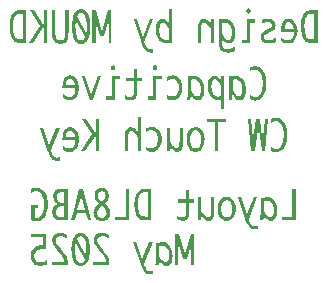
<source format=gbo>
%TF.GenerationSoftware,KiCad,Pcbnew,9.0.1+dfsg-1*%
%TF.CreationDate,2025-05-23T19:21:30+02:00*%
%TF.ProjectId,CWSensorKey,43575365-6e73-46f7-924b-65792e6b6963,rev?*%
%TF.SameCoordinates,Original*%
%TF.FileFunction,Legend,Bot*%
%TF.FilePolarity,Positive*%
%FSLAX46Y46*%
G04 Gerber Fmt 4.6, Leading zero omitted, Abs format (unit mm)*
G04 Created by KiCad (PCBNEW 9.0.1+dfsg-1) date 2025-05-23 19:21:30*
%MOMM*%
%LPD*%
G01*
G04 APERTURE LIST*
%ADD10C,0.300000*%
G04 APERTURE END LIST*
D10*
G36*
X168680834Y-100872138D02*
G01*
X168680834Y-101175000D01*
X169891173Y-101175000D01*
X169891173Y-98517637D01*
X169593172Y-98517637D01*
X169593172Y-100872138D01*
X168680834Y-100872138D01*
G37*
G36*
X167633719Y-99248869D02*
G01*
X167779628Y-99300120D01*
X167904545Y-99382562D01*
X168014232Y-99493894D01*
X168109261Y-99630340D01*
X168190107Y-99795027D01*
X168248345Y-99972979D01*
X168284250Y-100169367D01*
X168296664Y-100387469D01*
X168284748Y-100600788D01*
X168252027Y-100771732D01*
X168201816Y-100908116D01*
X168135611Y-101016242D01*
X168048844Y-101110298D01*
X167960289Y-101174081D01*
X167868607Y-101211389D01*
X167771829Y-101223848D01*
X167677780Y-101211777D01*
X167573057Y-101173104D01*
X167454851Y-101102643D01*
X167347763Y-101011793D01*
X167251882Y-100897085D01*
X167166595Y-100755818D01*
X167143891Y-101001088D01*
X167116587Y-101175000D01*
X166829229Y-101175000D01*
X166861743Y-101027047D01*
X166883287Y-100842571D01*
X166891163Y-100614767D01*
X166891163Y-99548037D01*
X167167621Y-99548037D01*
X167167621Y-100366098D01*
X167253261Y-100529640D01*
X167342620Y-100663272D01*
X167435617Y-100770625D01*
X167540657Y-100859842D01*
X167630291Y-100906760D01*
X167708613Y-100920987D01*
X167778127Y-100906366D01*
X167844399Y-100860944D01*
X167910058Y-100777494D01*
X167956153Y-100675976D01*
X167987053Y-100537222D01*
X167998664Y-100350222D01*
X167987197Y-100154086D01*
X167954966Y-99988856D01*
X167904180Y-99849380D01*
X167835558Y-99731524D01*
X167747302Y-99630722D01*
X167651254Y-99560786D01*
X167545602Y-99518770D01*
X167427538Y-99504378D01*
X167304570Y-99514839D01*
X167167621Y-99548037D01*
X166891163Y-99548037D01*
X166891163Y-99260136D01*
X167163261Y-99260136D01*
X167231863Y-99250976D01*
X167461903Y-99230826D01*
X167633719Y-99248869D01*
G37*
G36*
X165869061Y-101093178D02*
G01*
X166611370Y-99250366D01*
X166308112Y-99250366D01*
X165721471Y-100672928D01*
X165230360Y-99250366D01*
X164953261Y-99250366D01*
X165576703Y-101042040D01*
X165688868Y-101332639D01*
X165787906Y-101542370D01*
X165875061Y-101687619D01*
X165951768Y-101782706D01*
X166044621Y-101861189D01*
X166150649Y-101918259D01*
X166272280Y-101953860D01*
X166412618Y-101966346D01*
X166531883Y-101959434D01*
X166634708Y-101939938D01*
X166634708Y-101650662D01*
X166520815Y-101682757D01*
X166419670Y-101692794D01*
X166296690Y-101677651D01*
X166192066Y-101634329D01*
X166130688Y-101588152D01*
X166070091Y-101520324D01*
X166009855Y-101426570D01*
X165935980Y-101280238D01*
X165892783Y-101168435D01*
X165869061Y-101093178D01*
G37*
G36*
X164169041Y-99213744D02*
G01*
X164290739Y-99248971D01*
X164399566Y-99306047D01*
X164497508Y-99385236D01*
X164585889Y-99488197D01*
X164675187Y-99637703D01*
X164739657Y-99805693D01*
X164779577Y-99995581D01*
X164793489Y-100211767D01*
X164779586Y-100428017D01*
X164739678Y-100618122D01*
X164675207Y-100786454D01*
X164585889Y-100936405D01*
X164497474Y-101039673D01*
X164399514Y-101119075D01*
X164290687Y-101176289D01*
X164169007Y-101211595D01*
X164031946Y-101223848D01*
X163895512Y-101211613D01*
X163774279Y-101176345D01*
X163665741Y-101119159D01*
X163567930Y-101039747D01*
X163479542Y-100936405D01*
X163390164Y-100786445D01*
X163325655Y-100618110D01*
X163285724Y-100428008D01*
X163271813Y-100211767D01*
X163569814Y-100211767D01*
X163578817Y-100386212D01*
X163603938Y-100531692D01*
X163643056Y-100652882D01*
X163695092Y-100753681D01*
X163763767Y-100840391D01*
X163841401Y-100900862D01*
X163929808Y-100937565D01*
X164031946Y-100950296D01*
X164134835Y-100937534D01*
X164223724Y-100900779D01*
X164301610Y-100840299D01*
X164370338Y-100753681D01*
X164422317Y-100652891D01*
X164461396Y-100531706D01*
X164486494Y-100386222D01*
X164495488Y-100211767D01*
X164486512Y-100038329D01*
X164461444Y-99893436D01*
X164422369Y-99772497D01*
X164370338Y-99671685D01*
X164301610Y-99585066D01*
X164223724Y-99524586D01*
X164134835Y-99487831D01*
X164031946Y-99475069D01*
X163929808Y-99487801D01*
X163841401Y-99524504D01*
X163763767Y-99584974D01*
X163695092Y-99671685D01*
X163643004Y-99772507D01*
X163603890Y-99893449D01*
X163578799Y-100038338D01*
X163569814Y-100211767D01*
X163271813Y-100211767D01*
X163285733Y-99995589D01*
X163325675Y-99805705D01*
X163390184Y-99637713D01*
X163479542Y-99488197D01*
X163567896Y-99385162D01*
X163665688Y-99305963D01*
X163774227Y-99248915D01*
X163895479Y-99213726D01*
X164031946Y-99201517D01*
X164169041Y-99213744D01*
G37*
G36*
X161607036Y-99250366D02*
G01*
X161607036Y-101175000D01*
X161881956Y-101175000D01*
X161881956Y-100762840D01*
X161970215Y-100904042D01*
X162063730Y-101017039D01*
X162162774Y-101105085D01*
X162271782Y-101172658D01*
X162377036Y-101211292D01*
X162480393Y-101223848D01*
X162572619Y-101213686D01*
X162658694Y-101183613D01*
X162740182Y-101133173D01*
X162811737Y-101065411D01*
X162865919Y-100986550D01*
X162904442Y-100895189D01*
X162926592Y-100791801D01*
X162943711Y-100611614D01*
X162950732Y-100322592D01*
X162950732Y-99250366D01*
X162675684Y-99250366D01*
X162675684Y-100361518D01*
X162668608Y-100612986D01*
X162653757Y-100723150D01*
X162622516Y-100802463D01*
X162573358Y-100865574D01*
X162511824Y-100907492D01*
X162447439Y-100920987D01*
X162358637Y-100905733D01*
X162260007Y-100856243D01*
X162147771Y-100763756D01*
X162048090Y-100651305D01*
X161959568Y-100519748D01*
X161881956Y-100367166D01*
X161881956Y-99250366D01*
X161607036Y-99250366D01*
G37*
G36*
X159823135Y-101092873D02*
G01*
X160002190Y-101174544D01*
X160099081Y-101205835D01*
X160263340Y-101223848D01*
X160374378Y-101214986D01*
X160476901Y-101189079D01*
X160572240Y-101146606D01*
X160659086Y-101085998D01*
X160729051Y-101010211D01*
X160784072Y-100918087D01*
X160820461Y-100813011D01*
X160845857Y-100662301D01*
X160855623Y-100452041D01*
X160855623Y-99690003D01*
X161255821Y-99690003D01*
X161255821Y-99416451D01*
X160855623Y-99416451D01*
X160855623Y-98664183D01*
X160580575Y-98664183D01*
X160580575Y-99416451D01*
X159867630Y-99416451D01*
X159867630Y-99690003D01*
X160580575Y-99690003D01*
X160580575Y-100447156D01*
X160574087Y-100601015D01*
X160557745Y-100703881D01*
X160535310Y-100769404D01*
X160481797Y-100850937D01*
X160414264Y-100906485D01*
X160333832Y-100938756D01*
X160234617Y-100950296D01*
X160109089Y-100935203D01*
X159972908Y-100887503D01*
X159823135Y-100801919D01*
X159823135Y-101092873D01*
G37*
G36*
X157646473Y-101175000D02*
G01*
X157114457Y-101175000D01*
X156926505Y-101162551D01*
X156778786Y-101128798D01*
X156663880Y-101078038D01*
X156575517Y-101012883D01*
X156471925Y-100893738D01*
X156382719Y-100741466D01*
X156308163Y-100550348D01*
X156257198Y-100346967D01*
X156225067Y-100115927D01*
X156213787Y-99853188D01*
X156215987Y-99796707D01*
X156510249Y-99796707D01*
X156517365Y-100057361D01*
X156536301Y-100256432D01*
X156563848Y-100405177D01*
X156609049Y-100545114D01*
X156668436Y-100658234D01*
X156741828Y-100748643D01*
X156805534Y-100797471D01*
X156892062Y-100836165D01*
X157007466Y-100862343D01*
X157158952Y-100872138D01*
X157348473Y-100872138D01*
X157348473Y-98791189D01*
X157136000Y-98791189D01*
X156959125Y-98806114D01*
X156835891Y-98844696D01*
X156752471Y-98900335D01*
X156682844Y-98980627D01*
X156622978Y-99083609D01*
X156573081Y-99213271D01*
X156540958Y-99351835D01*
X156518693Y-99542000D01*
X156510249Y-99796707D01*
X156215987Y-99796707D01*
X156224619Y-99575062D01*
X156255171Y-99334951D01*
X156303034Y-99127939D01*
X156355880Y-98977999D01*
X156418259Y-98853738D01*
X156489730Y-98751771D01*
X156570516Y-98669526D01*
X156660740Y-98608584D01*
X156777294Y-98560964D01*
X156926195Y-98529298D01*
X157114457Y-98517637D01*
X157646473Y-98517637D01*
X157646473Y-101175000D01*
G37*
G36*
X154581964Y-100872138D02*
G01*
X154581964Y-101175000D01*
X155792304Y-101175000D01*
X155792304Y-98517637D01*
X155494303Y-98517637D01*
X155494303Y-100872138D01*
X154581964Y-100872138D01*
G37*
G36*
X153541441Y-98452065D02*
G01*
X153658893Y-98488186D01*
X153762708Y-98546595D01*
X153855043Y-98627699D01*
X153933637Y-98728927D01*
X153987924Y-98837018D01*
X154020331Y-98953823D01*
X154031355Y-99082144D01*
X154020433Y-99212642D01*
X153988006Y-99334663D01*
X153933261Y-99450645D01*
X153829968Y-99602605D01*
X153732714Y-99703589D01*
X153688603Y-99742057D01*
X153845882Y-99887325D01*
X153964542Y-100027693D01*
X154050525Y-100163939D01*
X154108614Y-100297349D01*
X154142239Y-100429729D01*
X154153300Y-100563324D01*
X154141983Y-100705989D01*
X154109056Y-100833571D01*
X154054664Y-100949193D01*
X153977115Y-101055015D01*
X153885001Y-101136839D01*
X153769668Y-101198566D01*
X153626016Y-101238616D01*
X153447664Y-101253157D01*
X153271028Y-101237794D01*
X153128149Y-101195320D01*
X153012734Y-101129428D01*
X152919880Y-101041277D01*
X152841679Y-100928702D01*
X152787257Y-100809211D01*
X152754652Y-100680923D01*
X152746110Y-100573246D01*
X153040157Y-100573246D01*
X153053587Y-100682019D01*
X153093324Y-100777335D01*
X153162229Y-100863132D01*
X153247697Y-100928136D01*
X153339216Y-100966595D01*
X153439073Y-100979605D01*
X153548228Y-100965733D01*
X153644858Y-100925337D01*
X153731816Y-100858094D01*
X153801549Y-100768926D01*
X153841745Y-100670743D01*
X153855299Y-100559660D01*
X153843666Y-100452705D01*
X153806700Y-100338196D01*
X153739242Y-100212717D01*
X153633755Y-100073278D01*
X153480747Y-99917301D01*
X153397270Y-99995154D01*
X153189414Y-100226269D01*
X153101658Y-100351957D01*
X153054744Y-100466118D01*
X153040157Y-100573246D01*
X152746110Y-100573246D01*
X152743567Y-100541189D01*
X152751974Y-100420057D01*
X152776567Y-100309232D01*
X152817169Y-100206729D01*
X152873034Y-100113232D01*
X152964448Y-99996833D01*
X153102219Y-99852577D01*
X153218778Y-99742210D01*
X153047225Y-99563708D01*
X152963220Y-99454309D01*
X152904813Y-99348324D01*
X152864357Y-99245023D01*
X152839363Y-99137509D01*
X152832514Y-99045965D01*
X153107476Y-99045965D01*
X153119279Y-99151189D01*
X153157998Y-99272500D01*
X153199381Y-99347494D01*
X153277692Y-99445824D01*
X153407529Y-99573988D01*
X153472540Y-99518117D01*
X153613477Y-99385588D01*
X153696810Y-99282270D01*
X153736280Y-99209064D01*
X153758967Y-99135430D01*
X153766437Y-99059704D01*
X153757809Y-98982422D01*
X153731134Y-98905162D01*
X153683602Y-98825841D01*
X153622376Y-98764881D01*
X153543648Y-98726792D01*
X153442022Y-98713032D01*
X153347055Y-98725250D01*
X153267840Y-98760000D01*
X153200954Y-98816682D01*
X153147403Y-98891071D01*
X153117319Y-98966681D01*
X153107476Y-99045965D01*
X152832514Y-99045965D01*
X152831018Y-99025968D01*
X152839133Y-98918299D01*
X152863169Y-98817356D01*
X152903466Y-98721427D01*
X152958023Y-98636578D01*
X153025885Y-98566665D01*
X153108759Y-98510768D01*
X153199104Y-98471792D01*
X153298207Y-98447770D01*
X153407529Y-98439480D01*
X153541441Y-98452065D01*
G37*
G36*
X152535838Y-101175000D02*
G01*
X152248993Y-101175000D01*
X152098454Y-100608356D01*
X151321011Y-100608356D01*
X151168933Y-101175000D01*
X150855032Y-101175000D01*
X151073962Y-100334804D01*
X151388330Y-100334804D01*
X152027031Y-100334804D01*
X151765960Y-99317991D01*
X151713772Y-99063978D01*
X151654915Y-99317227D01*
X151388330Y-100334804D01*
X151073962Y-100334804D01*
X151547461Y-98517637D01*
X151847641Y-98517637D01*
X152535838Y-101175000D01*
G37*
G36*
X150572675Y-101175000D02*
G01*
X150027708Y-101175000D01*
X149815293Y-101162549D01*
X149666817Y-101130587D01*
X149566731Y-101085698D01*
X149477170Y-101017132D01*
X149402750Y-100932227D01*
X149342076Y-100829549D01*
X149296921Y-100715458D01*
X149270532Y-100601351D01*
X149261806Y-100485624D01*
X149263351Y-100467001D01*
X149559806Y-100467001D01*
X149571959Y-100581122D01*
X149607683Y-100682230D01*
X149668415Y-100773831D01*
X149747620Y-100840976D01*
X149856538Y-100885000D01*
X150004756Y-100901448D01*
X150274675Y-100901448D01*
X150274675Y-99983094D01*
X150198379Y-99983094D01*
X150017628Y-99992209D01*
X149890486Y-100015637D01*
X149804336Y-100048429D01*
X149725419Y-100099066D01*
X149664710Y-100157713D01*
X149619432Y-100224437D01*
X149574724Y-100340367D01*
X149559806Y-100467001D01*
X149263351Y-100467001D01*
X149271834Y-100364772D01*
X149302656Y-100241706D01*
X149356437Y-100114375D01*
X149430858Y-100005236D01*
X149544921Y-99902172D01*
X149709576Y-99805713D01*
X149583029Y-99710336D01*
X149495308Y-99614288D01*
X149427955Y-99504528D01*
X149379775Y-99384394D01*
X149350649Y-99255390D01*
X149343752Y-99158927D01*
X149627254Y-99158927D01*
X149635841Y-99274189D01*
X149660721Y-99376762D01*
X149702221Y-99470504D01*
X149761636Y-99556433D01*
X149841776Y-99629785D01*
X149975392Y-99709542D01*
X150274675Y-99709542D01*
X150274675Y-98791189D01*
X150076435Y-98791189D01*
X149897830Y-98804544D01*
X149785244Y-98837486D01*
X149718552Y-98882170D01*
X149669493Y-98950060D01*
X149638551Y-99039959D01*
X149627254Y-99158927D01*
X149343752Y-99158927D01*
X149340794Y-99117559D01*
X149348491Y-99000613D01*
X149370829Y-98895295D01*
X149407344Y-98799585D01*
X149458557Y-98715050D01*
X149524621Y-98645134D01*
X149607635Y-98588926D01*
X149701866Y-98554831D01*
X149867125Y-98528476D01*
X150133881Y-98517637D01*
X150572675Y-98517637D01*
X150572675Y-101175000D01*
G37*
G36*
X147488035Y-101170267D02*
G01*
X147648718Y-101217813D01*
X147793389Y-101244658D01*
X147923880Y-101253157D01*
X148062407Y-101242486D01*
X148190568Y-101211284D01*
X148309923Y-101160160D01*
X148421787Y-101088904D01*
X148522601Y-100998908D01*
X148613007Y-100888006D01*
X148693515Y-100753992D01*
X148764026Y-100593854D01*
X148831577Y-100368942D01*
X148873325Y-100121019D01*
X148887766Y-99846318D01*
X148873666Y-99574968D01*
X148832876Y-99329589D01*
X148766847Y-99106568D01*
X148697837Y-98947910D01*
X148618000Y-98813770D01*
X148527370Y-98701427D01*
X148425378Y-98608923D01*
X148273203Y-98514618D01*
X148112774Y-98458446D01*
X147941191Y-98439480D01*
X147810144Y-98450610D01*
X147660588Y-98486347D01*
X147489445Y-98550915D01*
X147489445Y-98875300D01*
X147651062Y-98782767D01*
X147804591Y-98730059D01*
X147952603Y-98713032D01*
X148062400Y-98728227D01*
X148165730Y-98773755D01*
X148265093Y-98851945D01*
X148349727Y-98953532D01*
X148425992Y-99087467D01*
X148493338Y-99259983D01*
X148540748Y-99442111D01*
X148569810Y-99637753D01*
X148579764Y-99848913D01*
X148569179Y-100061552D01*
X148538078Y-100261146D01*
X148486952Y-100449585D01*
X148415632Y-100628506D01*
X148341300Y-100756440D01*
X148254357Y-100852936D01*
X148153553Y-100921892D01*
X148036133Y-100964600D01*
X147898106Y-100979605D01*
X147786035Y-100970446D01*
X147786035Y-100129640D01*
X148008382Y-100129640D01*
X148008382Y-99856088D01*
X147488035Y-99856088D01*
X147488035Y-101170267D01*
G37*
G36*
X165992801Y-90934596D02*
G01*
X166163968Y-91002215D01*
X166313517Y-91039631D01*
X166444546Y-91051284D01*
X166615308Y-91031869D01*
X166775294Y-90974342D01*
X166927323Y-90877761D01*
X167029250Y-90782833D01*
X167120100Y-90666805D01*
X167200435Y-90527549D01*
X167270203Y-90362116D01*
X167336963Y-90129439D01*
X167378247Y-89872758D01*
X167392532Y-89588171D01*
X167378432Y-89305967D01*
X167337642Y-89050773D01*
X167271614Y-88818831D01*
X167202603Y-88653826D01*
X167122766Y-88514320D01*
X167032137Y-88397484D01*
X166930144Y-88301280D01*
X166816714Y-88223971D01*
X166698761Y-88169220D01*
X166575153Y-88136223D01*
X166444546Y-88125059D01*
X166313500Y-88136635D01*
X166163944Y-88173801D01*
X165992801Y-88240952D01*
X165992801Y-88578312D01*
X166154417Y-88482078D01*
X166307947Y-88427262D01*
X166455959Y-88409553D01*
X166565756Y-88425357D01*
X166669086Y-88472705D01*
X166768449Y-88554023D01*
X166853132Y-88659648D01*
X166929608Y-88798943D01*
X166997335Y-88978382D01*
X167045247Y-89167807D01*
X167074527Y-89370091D01*
X167084530Y-89587219D01*
X167074186Y-89807943D01*
X167043946Y-90012878D01*
X166994514Y-90204152D01*
X166924910Y-90385485D01*
X166848170Y-90523930D01*
X166764859Y-90626765D01*
X166667045Y-90705445D01*
X166564891Y-90751411D01*
X166455959Y-90766789D01*
X166308880Y-90749073D01*
X166155377Y-90694077D01*
X165992801Y-90597236D01*
X165992801Y-90934596D01*
G37*
G36*
X164990181Y-88966824D02*
G01*
X165136090Y-89020125D01*
X165261007Y-89105865D01*
X165370694Y-89221649D01*
X165465723Y-89363554D01*
X165546569Y-89534829D01*
X165604807Y-89719898D01*
X165640712Y-89924142D01*
X165653126Y-90150968D01*
X165641210Y-90372820D01*
X165608489Y-90550602D01*
X165558278Y-90692441D01*
X165492073Y-90804891D01*
X165405306Y-90902710D01*
X165316751Y-90969045D01*
X165225069Y-91007845D01*
X165128291Y-91020802D01*
X165034242Y-91008248D01*
X164929519Y-90968028D01*
X164811313Y-90894748D01*
X164704225Y-90800265D01*
X164608344Y-90680968D01*
X164523057Y-90534050D01*
X164500353Y-90789131D01*
X164473049Y-90970000D01*
X164185691Y-90970000D01*
X164218205Y-90816129D01*
X164239749Y-90624274D01*
X164247625Y-90387358D01*
X164247625Y-89277958D01*
X164524083Y-89277958D01*
X164524083Y-90128742D01*
X164609723Y-90298826D01*
X164699082Y-90437803D01*
X164792079Y-90549450D01*
X164897119Y-90642235D01*
X164986753Y-90691030D01*
X165065075Y-90705826D01*
X165134589Y-90690621D01*
X165200861Y-90643382D01*
X165266520Y-90556594D01*
X165312615Y-90451015D01*
X165343515Y-90306711D01*
X165355126Y-90112231D01*
X165343659Y-89908249D01*
X165311428Y-89736410D01*
X165260642Y-89591355D01*
X165192020Y-89468785D01*
X165103764Y-89363951D01*
X165007716Y-89291217D01*
X164902064Y-89247521D01*
X164784000Y-89232554D01*
X164661032Y-89243433D01*
X164524083Y-89277958D01*
X164247625Y-89277958D01*
X164247625Y-88978541D01*
X164519723Y-88978541D01*
X164588325Y-88969016D01*
X164818365Y-88948060D01*
X164990181Y-88966824D01*
G37*
G36*
X163049698Y-88930001D02*
G01*
X163154232Y-88969749D01*
X163271942Y-89042044D01*
X163378743Y-89135292D01*
X163474491Y-89252687D01*
X163559812Y-89396868D01*
X163559812Y-88968381D01*
X163834860Y-88968381D01*
X163834860Y-91742198D01*
X163559812Y-91742198D01*
X163559812Y-90970476D01*
X163495570Y-90979525D01*
X163265530Y-91000481D01*
X163093747Y-90981648D01*
X162947840Y-90928144D01*
X162822889Y-90842041D01*
X162713190Y-90725757D01*
X162617938Y-90583176D01*
X162536685Y-90411013D01*
X162478022Y-90224956D01*
X162441860Y-90019661D01*
X162431475Y-89830277D01*
X162727359Y-89830277D01*
X162738960Y-90036645D01*
X162771532Y-90210077D01*
X162822798Y-90356095D01*
X162892004Y-90479120D01*
X162980950Y-90584615D01*
X163076799Y-90657510D01*
X163181281Y-90701111D01*
X163297074Y-90715987D01*
X163420368Y-90705091D01*
X163559812Y-90670265D01*
X163559812Y-89813607D01*
X163473334Y-89642174D01*
X163383761Y-89502273D01*
X163291176Y-89390041D01*
X163186498Y-89296584D01*
X163097078Y-89247454D01*
X163018821Y-89232554D01*
X162949293Y-89247768D01*
X162882809Y-89295089D01*
X162816734Y-89382103D01*
X162770313Y-89487812D01*
X162739112Y-89633231D01*
X162727359Y-89830277D01*
X162431475Y-89830277D01*
X162429359Y-89791699D01*
X162441334Y-89568711D01*
X162474215Y-89390054D01*
X162524666Y-89247549D01*
X162591182Y-89134600D01*
X162678319Y-89036203D01*
X162767102Y-88969537D01*
X162858874Y-88930578D01*
X162955604Y-88917578D01*
X163049698Y-88930001D01*
G37*
G36*
X161465464Y-88966824D02*
G01*
X161611373Y-89020125D01*
X161736289Y-89105865D01*
X161845977Y-89221649D01*
X161941006Y-89363554D01*
X162021852Y-89534829D01*
X162080090Y-89719898D01*
X162115995Y-89924142D01*
X162128409Y-90150968D01*
X162116493Y-90372820D01*
X162083771Y-90550602D01*
X162033561Y-90692441D01*
X161967355Y-90804891D01*
X161880589Y-90902710D01*
X161792034Y-90969045D01*
X161700351Y-91007845D01*
X161603574Y-91020802D01*
X161509525Y-91008248D01*
X161404801Y-90968028D01*
X161286595Y-90894748D01*
X161179508Y-90800265D01*
X161083627Y-90680968D01*
X160998340Y-90534050D01*
X160975636Y-90789131D01*
X160948331Y-90970000D01*
X160660973Y-90970000D01*
X160693487Y-90816129D01*
X160715031Y-90624274D01*
X160722907Y-90387358D01*
X160722907Y-89277958D01*
X160999366Y-89277958D01*
X160999366Y-90128742D01*
X161085006Y-90298826D01*
X161174365Y-90437803D01*
X161267361Y-90549450D01*
X161372402Y-90642235D01*
X161462036Y-90691030D01*
X161540358Y-90705826D01*
X161609871Y-90690621D01*
X161676143Y-90643382D01*
X161741803Y-90556594D01*
X161787897Y-90451015D01*
X161818797Y-90306711D01*
X161830408Y-90112231D01*
X161818942Y-89908249D01*
X161786710Y-89736410D01*
X161735924Y-89591355D01*
X161667303Y-89468785D01*
X161579046Y-89363951D01*
X161482999Y-89291217D01*
X161377347Y-89247521D01*
X161259283Y-89232554D01*
X161136315Y-89243433D01*
X160999366Y-89277958D01*
X160722907Y-89277958D01*
X160722907Y-88978541D01*
X160995006Y-88978541D01*
X161063608Y-88969016D01*
X161293648Y-88948060D01*
X161465464Y-88966824D01*
G37*
G36*
X158933364Y-90907131D02*
G01*
X159116339Y-90971720D01*
X159287424Y-91008836D01*
X159448198Y-91020802D01*
X159606490Y-91004839D01*
X159748983Y-90958479D01*
X159878529Y-90882524D01*
X159995063Y-90779084D01*
X160092350Y-90654818D01*
X160171914Y-90507855D01*
X160229592Y-90345676D01*
X160264897Y-90167527D01*
X160277060Y-89970143D01*
X160266988Y-89790443D01*
X160237767Y-89627678D01*
X160190193Y-89479227D01*
X160124112Y-89342954D01*
X160038429Y-89217313D01*
X159911452Y-89084909D01*
X159774832Y-88992365D01*
X159626256Y-88936627D01*
X159462431Y-88917578D01*
X159297920Y-88929811D01*
X159122126Y-88967825D01*
X158933364Y-89034106D01*
X158933364Y-89362894D01*
X159127023Y-89269100D01*
X159293754Y-89217878D01*
X159438068Y-89202072D01*
X159533068Y-89211962D01*
X159623773Y-89241423D01*
X159711449Y-89290976D01*
X159788947Y-89359816D01*
X159854702Y-89451198D01*
X159909304Y-89568644D01*
X159948307Y-89696613D01*
X159971383Y-89825536D01*
X159979060Y-89956648D01*
X159964492Y-90129288D01*
X159920431Y-90297533D01*
X159844549Y-90464515D01*
X159769718Y-90567928D01*
X159677184Y-90642288D01*
X159563267Y-90689067D01*
X159422296Y-90705826D01*
X159250856Y-90690903D01*
X159149015Y-90661971D01*
X158933364Y-90577709D01*
X158933364Y-90907131D01*
G37*
G36*
X158078600Y-90970000D02*
G01*
X158078600Y-89252875D01*
X158523293Y-89252875D01*
X158523293Y-88968381D01*
X157803552Y-88968381D01*
X157803552Y-90685505D01*
X157357448Y-90685505D01*
X157357448Y-90970000D01*
X158078600Y-90970000D01*
G37*
G36*
X158123095Y-88268258D02*
G01*
X158115536Y-88196799D01*
X158094464Y-88141902D01*
X158060007Y-88099499D01*
X157996208Y-88056540D01*
X157941140Y-88043775D01*
X157884728Y-88056639D01*
X157820734Y-88099499D01*
X157786277Y-88141902D01*
X157765206Y-88196799D01*
X157757646Y-88268258D01*
X157765158Y-88338446D01*
X157786186Y-88392827D01*
X157820734Y-88435272D01*
X157884720Y-88478006D01*
X157941140Y-88490837D01*
X157996216Y-88478105D01*
X158060007Y-88435272D01*
X158094555Y-88392827D01*
X158115583Y-88338446D01*
X158123095Y-88268258D01*
G37*
G36*
X155417238Y-90884588D02*
G01*
X155596293Y-90969525D01*
X155693184Y-91002069D01*
X155857443Y-91020802D01*
X155968481Y-91011585D01*
X156071005Y-90984642D01*
X156166343Y-90940471D01*
X156253189Y-90877438D01*
X156323155Y-90798619D01*
X156378175Y-90702810D01*
X156414565Y-90593532D01*
X156439960Y-90436793D01*
X156449726Y-90218122D01*
X156449726Y-89425603D01*
X156849924Y-89425603D01*
X156849924Y-89141109D01*
X156449726Y-89141109D01*
X156449726Y-88358750D01*
X156174678Y-88358750D01*
X156174678Y-89141109D01*
X155461733Y-89141109D01*
X155461733Y-89425603D01*
X156174678Y-89425603D01*
X156174678Y-90213042D01*
X156168190Y-90373056D01*
X156151848Y-90480036D01*
X156129414Y-90548180D01*
X156075900Y-90632974D01*
X156008367Y-90690744D01*
X155927935Y-90724306D01*
X155828720Y-90736308D01*
X155703193Y-90720611D01*
X155567011Y-90671003D01*
X155417238Y-90581995D01*
X155417238Y-90884588D01*
G37*
G36*
X154553883Y-90970000D02*
G01*
X154553883Y-89252875D01*
X154998575Y-89252875D01*
X154998575Y-88968381D01*
X154278835Y-88968381D01*
X154278835Y-90685505D01*
X153832731Y-90685505D01*
X153832731Y-90970000D01*
X154553883Y-90970000D01*
G37*
G36*
X154598377Y-88268258D02*
G01*
X154590818Y-88196799D01*
X154569747Y-88141902D01*
X154535290Y-88099499D01*
X154471491Y-88056540D01*
X154416423Y-88043775D01*
X154360011Y-88056639D01*
X154296017Y-88099499D01*
X154261560Y-88141902D01*
X154240488Y-88196799D01*
X154232929Y-88268258D01*
X154240441Y-88338446D01*
X154261469Y-88392827D01*
X154296017Y-88435272D01*
X154360003Y-88478006D01*
X154416423Y-88490837D01*
X154471499Y-88478105D01*
X154535290Y-88435272D01*
X154569838Y-88392827D01*
X154590866Y-88338446D01*
X154598377Y-88268258D01*
G37*
G36*
X152718434Y-90970000D02*
G01*
X153417787Y-88968381D01*
X153116196Y-88968381D01*
X152569434Y-90538496D01*
X152011131Y-88968381D01*
X151735442Y-88968381D01*
X152440437Y-90970000D01*
X152718434Y-90970000D01*
G37*
G36*
X150890638Y-88933400D02*
G01*
X151020608Y-88979969D01*
X151142134Y-89057602D01*
X151249805Y-89162180D01*
X151340858Y-89291605D01*
X151416156Y-89448941D01*
X151470830Y-89619813D01*
X151503282Y-89793780D01*
X151514122Y-89972683D01*
X151502568Y-90158518D01*
X151468290Y-90335117D01*
X151411027Y-90504680D01*
X151332985Y-90660416D01*
X151241641Y-90786733D01*
X151136363Y-90886969D01*
X151017879Y-90960790D01*
X150888893Y-91005493D01*
X150746808Y-91020802D01*
X150558882Y-91001338D01*
X150356790Y-90940366D01*
X150137343Y-90832515D01*
X150137343Y-90518492D01*
X150303302Y-90619567D01*
X150452939Y-90686648D01*
X150588534Y-90724356D01*
X150712315Y-90736308D01*
X150806192Y-90726544D01*
X150891024Y-90698116D01*
X150968514Y-90651372D01*
X151037085Y-90586932D01*
X151097466Y-90502815D01*
X151149955Y-90396090D01*
X151188074Y-90280036D01*
X151211113Y-90156905D01*
X151218942Y-90025073D01*
X150114390Y-90025073D01*
X150114390Y-89949187D01*
X150125212Y-89728196D01*
X150412391Y-89728196D01*
X150412391Y-89771060D01*
X151202272Y-89771060D01*
X151160870Y-89591004D01*
X151105897Y-89452352D01*
X151038910Y-89347336D01*
X150954891Y-89265891D01*
X150863319Y-89218211D01*
X150761170Y-89202072D01*
X150660754Y-89218476D01*
X150577559Y-89265588D01*
X150507407Y-89344478D01*
X150456401Y-89445476D01*
X150424050Y-89571202D01*
X150412391Y-89728196D01*
X150125212Y-89728196D01*
X150127535Y-89680769D01*
X150163369Y-89468073D01*
X150217742Y-89300816D01*
X150288395Y-89170479D01*
X150382269Y-89059990D01*
X150488576Y-88981960D01*
X150609823Y-88934199D01*
X150749757Y-88917578D01*
X150890638Y-88933400D01*
G37*
G36*
X167755160Y-95302596D02*
G01*
X167926327Y-95370215D01*
X168075876Y-95407631D01*
X168206905Y-95419284D01*
X168377667Y-95399869D01*
X168537653Y-95342342D01*
X168689682Y-95245761D01*
X168791609Y-95150833D01*
X168882459Y-95034805D01*
X168962794Y-94895549D01*
X169032562Y-94730116D01*
X169099322Y-94497439D01*
X169140606Y-94240758D01*
X169154891Y-93956171D01*
X169140791Y-93673967D01*
X169100001Y-93418773D01*
X169033973Y-93186831D01*
X168964962Y-93021826D01*
X168885125Y-92882320D01*
X168794496Y-92765484D01*
X168692503Y-92669280D01*
X168579073Y-92591971D01*
X168461120Y-92537220D01*
X168337512Y-92504223D01*
X168206905Y-92493059D01*
X168075859Y-92504635D01*
X167926303Y-92541801D01*
X167755160Y-92608952D01*
X167755160Y-92946312D01*
X167916776Y-92850078D01*
X168070306Y-92795262D01*
X168218318Y-92777553D01*
X168328115Y-92793357D01*
X168431445Y-92840705D01*
X168530808Y-92922023D01*
X168615491Y-93027648D01*
X168691967Y-93166943D01*
X168759694Y-93346382D01*
X168807606Y-93535807D01*
X168836886Y-93738091D01*
X168846889Y-93955219D01*
X168836545Y-94175943D01*
X168806305Y-94380878D01*
X168756873Y-94572152D01*
X168687269Y-94753485D01*
X168610529Y-94891930D01*
X168527218Y-94994765D01*
X168429404Y-95073445D01*
X168327250Y-95119411D01*
X168218318Y-95134789D01*
X168071239Y-95117073D01*
X167917736Y-95062077D01*
X167755160Y-94965236D01*
X167755160Y-95302596D01*
G37*
G36*
X167262895Y-95338000D02*
G01*
X167522171Y-92574343D01*
X167249815Y-92574343D01*
X167097353Y-94254795D01*
X167077606Y-94529128D01*
X167077862Y-94529128D01*
X167049652Y-94254001D01*
X166815124Y-92574343D01*
X166544308Y-92574343D01*
X166276825Y-94321473D01*
X166250026Y-94583582D01*
X166250282Y-94583582D01*
X166233356Y-94320203D01*
X166064993Y-92574343D01*
X165830209Y-92574343D01*
X166100897Y-95338000D01*
X166381843Y-95338000D01*
X166669458Y-93465292D01*
X166699078Y-93188894D01*
X166725878Y-93465292D01*
X166984769Y-95338000D01*
X167262895Y-95338000D01*
G37*
G36*
X163301178Y-95338000D02*
G01*
X163301178Y-92889318D01*
X163968217Y-92889318D01*
X163968217Y-92574343D01*
X162334727Y-92574343D01*
X162334727Y-92889318D01*
X163003177Y-92889318D01*
X163003177Y-95338000D01*
X163301178Y-95338000D01*
G37*
G36*
X161525503Y-93298294D02*
G01*
X161647201Y-93334930D01*
X161756028Y-93394289D01*
X161853970Y-93476645D01*
X161942351Y-93583725D01*
X162031649Y-93739212D01*
X162096119Y-93913921D01*
X162136040Y-94111404D01*
X162149951Y-94336237D01*
X162136048Y-94561138D01*
X162096140Y-94758847D01*
X162031669Y-94933912D01*
X161942351Y-95089861D01*
X161853936Y-95197260D01*
X161755976Y-95279838D01*
X161647149Y-95339341D01*
X161525469Y-95376058D01*
X161388408Y-95388802D01*
X161251975Y-95376078D01*
X161130742Y-95339399D01*
X161022203Y-95279925D01*
X160924392Y-95197337D01*
X160836004Y-95089861D01*
X160746626Y-94933903D01*
X160682117Y-94758835D01*
X160642186Y-94561129D01*
X160628276Y-94336237D01*
X160926276Y-94336237D01*
X160935279Y-94517661D01*
X160960400Y-94668960D01*
X160999518Y-94794997D01*
X161051555Y-94899828D01*
X161120229Y-94990007D01*
X161197863Y-95052896D01*
X161286271Y-95091067D01*
X161388408Y-95104308D01*
X161491298Y-95091036D01*
X161580187Y-95052811D01*
X161658073Y-94989911D01*
X161726801Y-94899828D01*
X161778780Y-94795007D01*
X161817859Y-94668974D01*
X161842956Y-94517671D01*
X161851951Y-94336237D01*
X161842974Y-94155862D01*
X161817906Y-94005173D01*
X161778831Y-93879397D01*
X161726801Y-93774552D01*
X161658073Y-93684469D01*
X161580187Y-93621570D01*
X161491298Y-93583344D01*
X161388408Y-93570072D01*
X161286271Y-93583313D01*
X161197863Y-93621484D01*
X161120229Y-93684373D01*
X161051555Y-93774552D01*
X160999467Y-93879407D01*
X160960352Y-94005187D01*
X160935261Y-94155872D01*
X160926276Y-94336237D01*
X160628276Y-94336237D01*
X160642195Y-94111413D01*
X160682138Y-93913933D01*
X160746646Y-93739221D01*
X160836004Y-93583725D01*
X160924358Y-93476569D01*
X161022151Y-93394202D01*
X161130690Y-93334872D01*
X161251941Y-93298275D01*
X161388408Y-93285578D01*
X161525503Y-93298294D01*
G37*
G36*
X158963498Y-93336381D02*
G01*
X158963498Y-95338000D01*
X159238418Y-95338000D01*
X159238418Y-94909353D01*
X159326677Y-95056204D01*
X159420192Y-95173721D01*
X159519236Y-95265288D01*
X159628244Y-95335565D01*
X159733498Y-95375744D01*
X159836856Y-95388802D01*
X159929081Y-95378233D01*
X160015156Y-95346957D01*
X160096645Y-95294500D01*
X160168199Y-95224028D01*
X160222381Y-95142012D01*
X160260904Y-95046996D01*
X160283055Y-94939473D01*
X160300173Y-94752079D01*
X160307194Y-94451496D01*
X160307194Y-93336381D01*
X160032146Y-93336381D01*
X160032146Y-94491979D01*
X160025070Y-94753505D01*
X160010219Y-94868076D01*
X159978978Y-94950561D01*
X159929821Y-95016197D01*
X159868286Y-95059791D01*
X159803901Y-95073826D01*
X159715100Y-95057962D01*
X159616470Y-95006493D01*
X159504233Y-94910306D01*
X159404552Y-94793357D01*
X159316030Y-94656538D01*
X159238418Y-94497853D01*
X159238418Y-93336381D01*
X158963498Y-93336381D01*
G37*
G36*
X157171006Y-95275131D02*
G01*
X157353980Y-95339720D01*
X157525065Y-95376836D01*
X157685839Y-95388802D01*
X157844131Y-95372839D01*
X157986625Y-95326479D01*
X158116171Y-95250524D01*
X158232705Y-95147084D01*
X158329992Y-95022818D01*
X158409555Y-94875855D01*
X158467233Y-94713676D01*
X158502539Y-94535527D01*
X158514702Y-94338143D01*
X158504630Y-94158443D01*
X158475409Y-93995678D01*
X158427835Y-93847227D01*
X158361754Y-93710954D01*
X158276071Y-93585313D01*
X158149093Y-93452909D01*
X158012473Y-93360365D01*
X157863898Y-93304627D01*
X157700073Y-93285578D01*
X157535561Y-93297811D01*
X157359767Y-93335825D01*
X157171006Y-93402106D01*
X157171006Y-93730894D01*
X157364665Y-93637100D01*
X157531395Y-93585878D01*
X157675709Y-93570072D01*
X157770710Y-93579962D01*
X157861415Y-93609423D01*
X157949090Y-93658976D01*
X158026589Y-93727816D01*
X158092344Y-93819198D01*
X158146945Y-93936644D01*
X158185948Y-94064613D01*
X158209024Y-94193536D01*
X158216701Y-94324648D01*
X158202133Y-94497288D01*
X158158073Y-94665533D01*
X158082191Y-94832515D01*
X158007360Y-94935928D01*
X157914826Y-95010288D01*
X157800908Y-95057067D01*
X157659937Y-95073826D01*
X157488497Y-95058903D01*
X157386656Y-95029971D01*
X157171006Y-94945709D01*
X157171006Y-95275131D01*
G37*
G36*
X156765294Y-95338000D02*
G01*
X156765294Y-92462577D01*
X156490246Y-92462577D01*
X156490246Y-93762487D01*
X156411430Y-93626997D01*
X156321413Y-93512199D01*
X156219558Y-93416394D01*
X156107286Y-93341852D01*
X155999177Y-93299362D01*
X155893219Y-93285578D01*
X155803589Y-93295406D01*
X155720390Y-93324386D01*
X155642150Y-93372736D01*
X155571849Y-93437270D01*
X155519827Y-93507455D01*
X155483532Y-93583884D01*
X155453247Y-93681382D01*
X155434421Y-93785189D01*
X155425639Y-93919345D01*
X155421470Y-94222884D01*
X155421470Y-95338000D01*
X155696518Y-95338000D01*
X155696518Y-94182401D01*
X155703635Y-93920875D01*
X155718573Y-93806304D01*
X155749741Y-93723835D01*
X155798972Y-93658183D01*
X155860610Y-93614675D01*
X155926302Y-93600554D01*
X156014893Y-93616495D01*
X156113461Y-93668275D01*
X156225841Y-93765185D01*
X156325539Y-93882594D01*
X156413575Y-94019086D01*
X156490246Y-94176527D01*
X156490246Y-95338000D01*
X156765294Y-95338000D01*
G37*
G36*
X153237756Y-95338000D02*
G01*
X153237756Y-92574343D01*
X152939755Y-92574343D01*
X152939755Y-93912989D01*
X152118073Y-92574343D01*
X151800839Y-92574343D01*
X152603030Y-93885683D01*
X151688768Y-95338000D01*
X152062166Y-95338000D01*
X152939755Y-93940454D01*
X152939755Y-95338000D01*
X153237756Y-95338000D01*
G37*
G36*
X150890639Y-93301400D02*
G01*
X151020609Y-93347969D01*
X151142134Y-93425602D01*
X151249806Y-93530180D01*
X151340858Y-93659605D01*
X151416156Y-93816941D01*
X151470830Y-93987813D01*
X151503282Y-94161780D01*
X151514122Y-94340683D01*
X151502568Y-94526518D01*
X151468291Y-94703117D01*
X151411027Y-94872680D01*
X151332985Y-95028416D01*
X151241641Y-95154733D01*
X151136364Y-95254969D01*
X151017879Y-95328790D01*
X150888894Y-95373493D01*
X150746809Y-95388802D01*
X150558883Y-95369338D01*
X150356790Y-95308366D01*
X150137343Y-95200515D01*
X150137343Y-94886492D01*
X150303303Y-94987567D01*
X150452939Y-95054648D01*
X150588534Y-95092356D01*
X150712315Y-95104308D01*
X150806192Y-95094544D01*
X150891025Y-95066116D01*
X150968514Y-95019372D01*
X151037085Y-94954932D01*
X151097467Y-94870815D01*
X151149956Y-94764090D01*
X151188075Y-94648036D01*
X151211113Y-94524905D01*
X151218942Y-94393073D01*
X150114391Y-94393073D01*
X150114391Y-94317187D01*
X150125213Y-94096196D01*
X150412391Y-94096196D01*
X150412391Y-94139060D01*
X151202273Y-94139060D01*
X151160870Y-93959004D01*
X151105897Y-93820352D01*
X151038911Y-93715336D01*
X150954891Y-93633891D01*
X150863320Y-93586211D01*
X150761170Y-93570072D01*
X150660754Y-93586476D01*
X150577559Y-93633588D01*
X150507408Y-93712478D01*
X150456401Y-93813476D01*
X150424050Y-93939202D01*
X150412391Y-94096196D01*
X150125213Y-94096196D01*
X150127535Y-94048769D01*
X150163370Y-93836073D01*
X150217743Y-93668816D01*
X150288395Y-93538479D01*
X150382269Y-93427990D01*
X150488577Y-93349960D01*
X150609824Y-93302199D01*
X150749758Y-93285578D01*
X150890639Y-93301400D01*
G37*
G36*
X149126654Y-95252905D02*
G01*
X149868963Y-93336381D01*
X149565705Y-93336381D01*
X148979064Y-94815845D01*
X148487953Y-93336381D01*
X148210853Y-93336381D01*
X148834295Y-95199721D01*
X148946461Y-95501945D01*
X149045499Y-95720064D01*
X149132654Y-95871124D01*
X149209361Y-95970015D01*
X149302213Y-96051637D01*
X149408242Y-96110990D01*
X149529873Y-96148015D01*
X149670210Y-96161000D01*
X149789476Y-96153811D01*
X149892300Y-96133535D01*
X149892300Y-95832689D01*
X149778408Y-95866067D01*
X149677263Y-95876506D01*
X149554283Y-95860758D01*
X149449659Y-95815702D01*
X149388281Y-95767679D01*
X149327684Y-95697137D01*
X149267448Y-95599632D01*
X149193572Y-95447447D01*
X149150376Y-95331173D01*
X149126654Y-95252905D01*
G37*
G36*
X161032070Y-104985000D02*
G01*
X161274035Y-104985000D01*
X161274035Y-102327637D01*
X160975778Y-102327637D01*
X160465176Y-104063288D01*
X159954574Y-102327637D01*
X159663498Y-102327637D01*
X159663498Y-104985000D01*
X159938546Y-104985000D01*
X159938546Y-103296518D01*
X159931493Y-103070136D01*
X159993683Y-103298350D01*
X160338872Y-104457435D01*
X160634564Y-104457435D01*
X160984112Y-103298350D01*
X161039250Y-103070136D01*
X161039122Y-103070136D01*
X161032070Y-103296518D01*
X161032070Y-104985000D01*
G37*
G36*
X158782822Y-103058869D02*
G01*
X158928731Y-103110120D01*
X159053648Y-103192562D01*
X159163335Y-103303894D01*
X159258364Y-103440340D01*
X159339210Y-103605027D01*
X159397448Y-103782979D01*
X159433353Y-103979367D01*
X159445767Y-104197469D01*
X159433851Y-104410788D01*
X159401130Y-104581732D01*
X159350919Y-104718116D01*
X159284714Y-104826242D01*
X159197947Y-104920298D01*
X159109392Y-104984081D01*
X159017710Y-105021389D01*
X158920932Y-105033848D01*
X158826883Y-105021777D01*
X158722160Y-104983104D01*
X158603954Y-104912643D01*
X158496866Y-104821793D01*
X158400985Y-104707085D01*
X158315698Y-104565818D01*
X158292994Y-104811088D01*
X158265690Y-104985000D01*
X157978332Y-104985000D01*
X158010846Y-104837047D01*
X158032390Y-104652571D01*
X158040266Y-104424767D01*
X158040266Y-103358037D01*
X158316724Y-103358037D01*
X158316724Y-104176098D01*
X158402364Y-104339640D01*
X158491723Y-104473272D01*
X158584720Y-104580625D01*
X158689760Y-104669842D01*
X158779394Y-104716760D01*
X158857716Y-104730987D01*
X158927230Y-104716366D01*
X158993502Y-104670944D01*
X159059161Y-104587494D01*
X159105256Y-104485976D01*
X159136156Y-104347222D01*
X159147767Y-104160222D01*
X159136300Y-103964086D01*
X159104069Y-103798856D01*
X159053283Y-103659380D01*
X158984661Y-103541524D01*
X158896405Y-103440722D01*
X158800357Y-103370786D01*
X158694705Y-103328770D01*
X158576641Y-103314378D01*
X158453673Y-103324839D01*
X158316724Y-103358037D01*
X158040266Y-103358037D01*
X158040266Y-103070136D01*
X158312364Y-103070136D01*
X158380966Y-103060976D01*
X158611006Y-103040826D01*
X158782822Y-103058869D01*
G37*
G36*
X157018164Y-104903178D02*
G01*
X157760473Y-103060366D01*
X157457215Y-103060366D01*
X156870574Y-104482928D01*
X156379463Y-103060366D01*
X156102364Y-103060366D01*
X156725806Y-104852040D01*
X156837971Y-105142639D01*
X156937009Y-105352370D01*
X157024164Y-105497619D01*
X157100871Y-105592706D01*
X157193724Y-105671189D01*
X157299752Y-105728259D01*
X157421383Y-105763860D01*
X157561721Y-105776346D01*
X157680986Y-105769434D01*
X157783811Y-105749938D01*
X157783811Y-105460662D01*
X157669918Y-105492757D01*
X157568773Y-105502794D01*
X157445793Y-105487651D01*
X157341169Y-105444329D01*
X157279791Y-105398152D01*
X157219194Y-105330324D01*
X157158958Y-105236570D01*
X157085083Y-105090238D01*
X157041886Y-104978435D01*
X157018164Y-104903178D01*
G37*
G36*
X152736007Y-104985000D02*
G01*
X154091244Y-104985000D01*
X154091244Y-104688092D01*
X154081970Y-104573450D01*
X154052262Y-104444765D01*
X153999655Y-104315030D01*
X153904031Y-104154116D01*
X153672581Y-103844691D01*
X153520503Y-103660593D01*
X153319955Y-103400016D01*
X153181597Y-103204153D01*
X153116073Y-103087385D01*
X153078738Y-102977798D01*
X153066962Y-102874589D01*
X153079918Y-102769757D01*
X153117141Y-102684866D01*
X153180315Y-102614928D01*
X153258863Y-102563987D01*
X153343457Y-102533432D01*
X153435873Y-102523032D01*
X153519272Y-102528230D01*
X153618084Y-102545166D01*
X153794653Y-102597068D01*
X154046749Y-102721937D01*
X154046749Y-102430067D01*
X153861421Y-102341800D01*
X153681300Y-102287948D01*
X153506718Y-102258020D01*
X153381248Y-102249480D01*
X153211889Y-102266854D01*
X153060423Y-102317257D01*
X152969011Y-102372266D01*
X152897142Y-102442198D01*
X152842051Y-102527764D01*
X152801998Y-102625742D01*
X152778304Y-102726692D01*
X152770372Y-102832151D01*
X152779964Y-102949703D01*
X152809685Y-103071895D01*
X152861927Y-103200806D01*
X152930107Y-103321477D01*
X153040692Y-103479817D01*
X153206346Y-103684559D01*
X153369964Y-103877206D01*
X153507552Y-104037490D01*
X153628477Y-104196007D01*
X153717717Y-104339893D01*
X153762360Y-104440793D01*
X153791937Y-104554064D01*
X153805937Y-104682138D01*
X152736007Y-104682138D01*
X152736007Y-104985000D01*
G37*
G36*
X151806139Y-102265427D02*
G01*
X151935461Y-102311260D01*
X152049367Y-102385916D01*
X152150427Y-102490972D01*
X152239895Y-102630498D01*
X152322881Y-102823069D01*
X152385785Y-103053410D01*
X152426311Y-103328262D01*
X152440827Y-103655403D01*
X152426295Y-103983565D01*
X152385744Y-104259011D01*
X152322836Y-104489597D01*
X152239895Y-104682138D01*
X152150427Y-104821665D01*
X152049367Y-104926721D01*
X151935461Y-105001377D01*
X151806139Y-105047210D01*
X151657742Y-105063157D01*
X151508707Y-105047175D01*
X151379042Y-105001279D01*
X151265043Y-104926582D01*
X151164104Y-104821551D01*
X151074948Y-104682138D01*
X150992288Y-104489644D01*
X150929577Y-104259074D01*
X150889147Y-103983612D01*
X150874657Y-103655403D01*
X150875866Y-103628078D01*
X151171247Y-103628078D01*
X151184530Y-103919528D01*
X151223043Y-104185571D01*
X151285369Y-104429347D01*
X151341496Y-104567344D01*
X151407163Y-104666651D01*
X151482215Y-104734635D01*
X151568403Y-104775463D01*
X151669154Y-104789605D01*
X151762642Y-104774111D01*
X151846365Y-104728087D01*
X151918971Y-104654151D01*
X151985748Y-104545668D01*
X151227411Y-103114863D01*
X151185579Y-103361040D01*
X151171247Y-103628078D01*
X150875866Y-103628078D01*
X150889131Y-103328216D01*
X150929536Y-103053347D01*
X150992244Y-102823022D01*
X151007667Y-102787119D01*
X151326787Y-102787119D01*
X152090638Y-104209223D01*
X152124134Y-104011595D01*
X152137185Y-103875068D01*
X152142827Y-103636779D01*
X152133980Y-103389876D01*
X152109070Y-103177153D01*
X152070173Y-102994315D01*
X152018831Y-102837494D01*
X151960334Y-102716966D01*
X151895734Y-102629962D01*
X151824890Y-102570531D01*
X151746399Y-102535141D01*
X151657742Y-102523032D01*
X151569194Y-102536544D01*
X151482712Y-102577834D01*
X151431794Y-102621152D01*
X151379941Y-102688777D01*
X151326787Y-102787119D01*
X151007667Y-102787119D01*
X151074948Y-102630498D01*
X151164104Y-102491086D01*
X151265043Y-102386055D01*
X151379042Y-102311358D01*
X151508707Y-102265462D01*
X151657742Y-102249480D01*
X151806139Y-102265427D01*
G37*
G36*
X149211290Y-104985000D02*
G01*
X150566526Y-104985000D01*
X150566526Y-104688092D01*
X150557252Y-104573450D01*
X150527545Y-104444765D01*
X150474938Y-104315030D01*
X150379314Y-104154116D01*
X150147863Y-103844691D01*
X149995786Y-103660593D01*
X149795238Y-103400016D01*
X149656879Y-103204153D01*
X149591356Y-103087385D01*
X149554021Y-102977798D01*
X149542245Y-102874589D01*
X149555201Y-102769757D01*
X149592423Y-102684866D01*
X149655598Y-102614928D01*
X149734146Y-102563987D01*
X149818740Y-102533432D01*
X149911155Y-102523032D01*
X149994555Y-102528230D01*
X150093367Y-102545166D01*
X150269936Y-102597068D01*
X150522031Y-102721937D01*
X150522031Y-102430067D01*
X150336704Y-102341800D01*
X150156583Y-102287948D01*
X149982001Y-102258020D01*
X149856530Y-102249480D01*
X149687171Y-102266854D01*
X149535705Y-102317257D01*
X149444294Y-102372266D01*
X149372425Y-102442198D01*
X149317334Y-102527764D01*
X149277281Y-102625742D01*
X149253587Y-102726692D01*
X149245655Y-102832151D01*
X149255246Y-102949703D01*
X149284967Y-103071895D01*
X149337209Y-103200806D01*
X149405390Y-103321477D01*
X149515975Y-103479817D01*
X149681628Y-103684559D01*
X149845246Y-103877206D01*
X149982835Y-104037490D01*
X150103759Y-104196007D01*
X150192999Y-104339893D01*
X150237642Y-104440793D01*
X150267219Y-104554064D01*
X150281220Y-104682138D01*
X149211290Y-104682138D01*
X149211290Y-104985000D01*
G37*
G36*
X148748260Y-103617240D02*
G01*
X148748260Y-102327637D01*
X147493426Y-102327637D01*
X147493426Y-102640268D01*
X148473212Y-102640268D01*
X148473212Y-103285069D01*
X148431410Y-103285069D01*
X148232017Y-103296414D01*
X148061718Y-103328281D01*
X147916588Y-103377989D01*
X147793150Y-103443685D01*
X147688460Y-103524427D01*
X147593630Y-103627863D01*
X147521498Y-103742149D01*
X147469966Y-103868720D01*
X147438340Y-104009969D01*
X147427389Y-104169076D01*
X147439423Y-104336353D01*
X147474589Y-104488632D01*
X147532664Y-104628863D01*
X147611703Y-104753744D01*
X147709976Y-104859674D01*
X147829767Y-104947752D01*
X147960494Y-105011918D01*
X148095962Y-105050260D01*
X148237787Y-105063157D01*
X148380597Y-105051517D01*
X148562855Y-105012158D01*
X148792755Y-104937525D01*
X148792755Y-104579862D01*
X148660785Y-104652579D01*
X148515014Y-104710684D01*
X148366994Y-104748536D01*
X148237787Y-104760296D01*
X148113523Y-104742606D01*
X147990179Y-104688397D01*
X147915166Y-104632722D01*
X147852958Y-104563112D01*
X147802326Y-104478348D01*
X147764560Y-104383790D01*
X147742613Y-104290257D01*
X147735391Y-104196400D01*
X147746559Y-104081145D01*
X147779598Y-103975986D01*
X147835688Y-103878040D01*
X147918372Y-103785614D01*
X148010927Y-103720649D01*
X148142513Y-103667728D01*
X148324572Y-103631137D01*
X148570537Y-103617240D01*
X148748260Y-103617240D01*
G37*
G36*
X171745343Y-86169000D02*
G01*
X171213327Y-86169000D01*
X171025375Y-86156053D01*
X170877656Y-86120950D01*
X170762749Y-86068160D01*
X170674387Y-86000399D01*
X170570795Y-85876488D01*
X170481589Y-85718124D01*
X170407033Y-85519362D01*
X170356067Y-85307845D01*
X170323937Y-85067565D01*
X170312657Y-84794315D01*
X170314857Y-84735575D01*
X170609119Y-84735575D01*
X170616234Y-85006655D01*
X170635171Y-85213689D01*
X170662718Y-85368384D01*
X170707918Y-85513919D01*
X170767306Y-85631564D01*
X170840698Y-85725589D01*
X170904404Y-85776370D01*
X170990932Y-85816611D01*
X171106336Y-85843837D01*
X171257822Y-85854024D01*
X171447342Y-85854024D01*
X171447342Y-83689837D01*
X171234869Y-83689837D01*
X171057995Y-83705358D01*
X170934761Y-83745483D01*
X170851341Y-83803349D01*
X170781713Y-83886853D01*
X170721848Y-83993953D01*
X170671951Y-84128802D01*
X170639827Y-84272908D01*
X170617562Y-84470680D01*
X170609119Y-84735575D01*
X170314857Y-84735575D01*
X170323488Y-84505064D01*
X170354041Y-84255350D01*
X170401904Y-84040057D01*
X170454750Y-83884119D01*
X170517129Y-83754887D01*
X170588600Y-83648842D01*
X170669386Y-83563307D01*
X170759610Y-83499928D01*
X170876164Y-83450403D01*
X171025065Y-83417470D01*
X171213327Y-83405343D01*
X171745343Y-83405343D01*
X171745343Y-86169000D01*
G37*
G36*
X169395405Y-84132400D02*
G01*
X169525375Y-84178969D01*
X169646900Y-84256602D01*
X169754572Y-84361180D01*
X169845624Y-84490605D01*
X169920922Y-84647941D01*
X169975596Y-84818813D01*
X170008048Y-84992780D01*
X170018888Y-85171683D01*
X170007335Y-85357518D01*
X169973057Y-85534117D01*
X169915793Y-85703680D01*
X169837751Y-85859416D01*
X169746408Y-85985733D01*
X169641130Y-86085969D01*
X169522645Y-86159790D01*
X169393660Y-86204493D01*
X169251575Y-86219802D01*
X169063649Y-86200338D01*
X168861556Y-86139366D01*
X168642109Y-86031515D01*
X168642109Y-85717492D01*
X168808069Y-85818567D01*
X168957705Y-85885648D01*
X169093301Y-85923356D01*
X169217082Y-85935308D01*
X169310958Y-85925544D01*
X169395791Y-85897116D01*
X169473280Y-85850372D01*
X169541851Y-85785932D01*
X169602233Y-85701815D01*
X169654722Y-85595090D01*
X169692841Y-85479036D01*
X169715879Y-85355905D01*
X169723708Y-85224073D01*
X168619157Y-85224073D01*
X168619157Y-85148187D01*
X168629979Y-84927196D01*
X168917157Y-84927196D01*
X168917157Y-84970060D01*
X169707039Y-84970060D01*
X169665637Y-84790004D01*
X169610663Y-84651352D01*
X169543677Y-84546336D01*
X169459657Y-84464891D01*
X169368086Y-84417211D01*
X169265936Y-84401072D01*
X169165520Y-84417476D01*
X169082325Y-84464588D01*
X169012174Y-84543478D01*
X168961168Y-84644476D01*
X168928816Y-84770202D01*
X168917157Y-84927196D01*
X168629979Y-84927196D01*
X168632301Y-84879769D01*
X168668136Y-84667073D01*
X168722509Y-84499816D01*
X168793161Y-84369479D01*
X168887035Y-84258990D01*
X168993343Y-84180960D01*
X169114590Y-84133199D01*
X169254524Y-84116578D01*
X169395405Y-84132400D01*
G37*
G36*
X168201904Y-86058980D02*
G01*
X168201904Y-85697330D01*
X168088023Y-85778446D01*
X167973217Y-85840050D01*
X167856844Y-85883235D01*
X167683928Y-85923594D01*
X167553714Y-85935308D01*
X167420144Y-85924342D01*
X167327536Y-85896114D01*
X167265331Y-85855770D01*
X167215464Y-85796413D01*
X167187202Y-85731340D01*
X167177751Y-85657799D01*
X167187996Y-85584991D01*
X167218271Y-85524284D01*
X167276561Y-85470970D01*
X167423307Y-85385371D01*
X167515118Y-85339172D01*
X167700150Y-85248521D01*
X167899365Y-85139422D01*
X168016592Y-85051246D01*
X168077652Y-84980379D01*
X168121512Y-84894391D01*
X168148245Y-84796190D01*
X168157538Y-84682550D01*
X168147694Y-84563110D01*
X168119081Y-84457348D01*
X168071662Y-84362275D01*
X168003536Y-84275971D01*
X167924504Y-84212288D01*
X167819603Y-84162395D01*
X167682345Y-84128983D01*
X167504988Y-84116578D01*
X167334400Y-84125941D01*
X167171190Y-84153596D01*
X167014518Y-84199132D01*
X167014518Y-84514901D01*
X167195662Y-84449877D01*
X167361844Y-84412887D01*
X167514990Y-84401072D01*
X167626054Y-84410428D01*
X167711679Y-84435685D01*
X167777087Y-84473783D01*
X167831474Y-84529081D01*
X167861226Y-84588173D01*
X167870949Y-84653656D01*
X167862167Y-84717449D01*
X167836034Y-84772014D01*
X167789653Y-84820034D01*
X167694235Y-84882066D01*
X167523709Y-84967044D01*
X167342908Y-85048804D01*
X167179242Y-85134435D01*
X167066441Y-85216092D01*
X166992719Y-85293450D01*
X166936716Y-85388355D01*
X166902901Y-85497559D01*
X166891163Y-85625254D01*
X166901480Y-85750787D01*
X166931463Y-85861930D01*
X166981138Y-85961819D01*
X167052473Y-86052471D01*
X167135222Y-86119620D01*
X167244037Y-86171974D01*
X167385304Y-86206883D01*
X167566665Y-86219802D01*
X167769627Y-86202675D01*
X167980713Y-86150006D01*
X168201904Y-86058980D01*
G37*
G36*
X166009214Y-86169000D02*
G01*
X166009214Y-84451875D01*
X166453907Y-84451875D01*
X166453907Y-84167381D01*
X165734166Y-84167381D01*
X165734166Y-85884505D01*
X165288063Y-85884505D01*
X165288063Y-86169000D01*
X166009214Y-86169000D01*
G37*
G36*
X166053709Y-83467258D02*
G01*
X166046150Y-83395799D01*
X166025079Y-83340902D01*
X165990621Y-83298499D01*
X165926823Y-83255540D01*
X165871754Y-83242775D01*
X165815342Y-83255639D01*
X165751349Y-83298499D01*
X165716891Y-83340902D01*
X165695820Y-83395799D01*
X165688261Y-83467258D01*
X165695773Y-83537446D01*
X165716801Y-83591827D01*
X165751349Y-83634272D01*
X165815334Y-83677006D01*
X165871754Y-83689837D01*
X165926831Y-83677105D01*
X165990621Y-83634272D01*
X166025169Y-83591827D01*
X166046197Y-83537446D01*
X166053709Y-83467258D01*
G37*
G36*
X164091819Y-84165824D02*
G01*
X164237729Y-84219125D01*
X164362645Y-84304865D01*
X164472333Y-84420649D01*
X164567362Y-84562554D01*
X164648208Y-84733829D01*
X164706446Y-84918898D01*
X164742351Y-85123142D01*
X164754765Y-85349968D01*
X164742849Y-85571820D01*
X164710127Y-85749602D01*
X164659916Y-85891441D01*
X164593711Y-86003891D01*
X164506945Y-86101710D01*
X164418390Y-86168045D01*
X164326707Y-86206845D01*
X164229930Y-86219802D01*
X164135815Y-86207421D01*
X164031073Y-86167784D01*
X163912951Y-86095653D01*
X163805736Y-86002500D01*
X163710222Y-85885404D01*
X163625722Y-85741782D01*
X163625722Y-86002463D01*
X163632567Y-86189302D01*
X163649957Y-86317121D01*
X163684717Y-86427879D01*
X163740742Y-86524141D01*
X163816194Y-86601271D01*
X163915772Y-86660196D01*
X164026497Y-86695520D01*
X164145299Y-86707506D01*
X164299611Y-86689641D01*
X164464586Y-86633684D01*
X164621711Y-86550785D01*
X164748994Y-86458415D01*
X164748994Y-86806095D01*
X164543979Y-86911467D01*
X164346913Y-86972223D01*
X164155301Y-86992000D01*
X163964690Y-86973742D01*
X163800718Y-86921808D01*
X163658804Y-86838640D01*
X163563221Y-86752830D01*
X163488820Y-86655152D01*
X163433207Y-86544639D01*
X163395297Y-86419202D01*
X163360034Y-86194242D01*
X163352987Y-86036723D01*
X163349263Y-85583024D01*
X163349263Y-84476958D01*
X163625722Y-84476958D01*
X163625722Y-85327742D01*
X163711362Y-85497826D01*
X163800721Y-85636803D01*
X163893717Y-85748450D01*
X163998758Y-85841235D01*
X164088392Y-85890030D01*
X164166713Y-85904826D01*
X164236227Y-85889621D01*
X164302499Y-85842382D01*
X164368159Y-85755594D01*
X164414253Y-85650015D01*
X164445153Y-85505711D01*
X164456764Y-85311231D01*
X164445298Y-85107249D01*
X164413066Y-84935410D01*
X164362280Y-84790355D01*
X164293659Y-84667785D01*
X164205402Y-84562951D01*
X164109355Y-84490217D01*
X164003703Y-84446521D01*
X163885639Y-84431554D01*
X163762671Y-84442433D01*
X163625722Y-84476958D01*
X163349263Y-84476958D01*
X163349263Y-84177541D01*
X163621362Y-84177541D01*
X163689964Y-84168016D01*
X163920004Y-84147060D01*
X164091819Y-84165824D01*
G37*
G36*
X162933550Y-86169000D02*
G01*
X162933550Y-84167381D01*
X162658502Y-84167381D01*
X162658502Y-84593487D01*
X162579686Y-84457997D01*
X162489669Y-84343199D01*
X162387813Y-84247394D01*
X162275541Y-84172852D01*
X162167432Y-84130362D01*
X162061474Y-84116578D01*
X161968330Y-84127198D01*
X161882064Y-84158522D01*
X161801044Y-84210880D01*
X161729795Y-84281240D01*
X161675596Y-84363006D01*
X161636785Y-84457590D01*
X161614296Y-84564584D01*
X161596880Y-84752036D01*
X161589725Y-85053884D01*
X161589725Y-86169000D01*
X161864773Y-86169000D01*
X161864773Y-85013401D01*
X161871891Y-84751875D01*
X161886829Y-84637304D01*
X161917996Y-84554835D01*
X161967227Y-84489183D01*
X162028865Y-84445675D01*
X162094557Y-84431554D01*
X162183148Y-84447495D01*
X162281717Y-84499275D01*
X162394097Y-84596185D01*
X162493795Y-84713594D01*
X162581831Y-84850086D01*
X162658502Y-85007527D01*
X162658502Y-86169000D01*
X162933550Y-86169000D01*
G37*
G36*
X159428964Y-86169000D02*
G01*
X159158276Y-86169000D01*
X159089674Y-86178525D01*
X158859506Y-86199481D01*
X158687724Y-86180645D01*
X158541863Y-86127138D01*
X158416993Y-86041041D01*
X158307294Y-85924757D01*
X158212041Y-85782176D01*
X158130789Y-85610013D01*
X158072125Y-85423956D01*
X158035964Y-85218661D01*
X158025578Y-85029277D01*
X158321463Y-85029277D01*
X158333063Y-85235645D01*
X158365635Y-85409077D01*
X158416901Y-85555095D01*
X158486107Y-85678120D01*
X158575053Y-85783615D01*
X158670903Y-85856510D01*
X158775384Y-85900111D01*
X158891178Y-85914987D01*
X159014471Y-85904091D01*
X159153916Y-85869265D01*
X159153916Y-85012607D01*
X159067438Y-84841174D01*
X158977865Y-84701273D01*
X158885279Y-84589041D01*
X158780601Y-84495584D01*
X158691181Y-84446454D01*
X158612924Y-84431554D01*
X158543397Y-84446768D01*
X158476912Y-84494089D01*
X158410838Y-84581103D01*
X158364416Y-84686812D01*
X158333215Y-84832231D01*
X158321463Y-85029277D01*
X158025578Y-85029277D01*
X158023462Y-84990699D01*
X158035438Y-84767711D01*
X158068319Y-84589054D01*
X158118770Y-84446549D01*
X158185285Y-84333600D01*
X158272423Y-84235203D01*
X158361206Y-84168537D01*
X158452977Y-84129578D01*
X158549708Y-84116578D01*
X158643801Y-84129001D01*
X158748336Y-84168749D01*
X158866045Y-84241044D01*
X158972847Y-84334292D01*
X159068595Y-84451687D01*
X159153916Y-84595868D01*
X159153916Y-83293577D01*
X159428964Y-83293577D01*
X159428964Y-86169000D01*
G37*
G36*
X157057268Y-86083905D02*
G01*
X157799577Y-84167381D01*
X157496319Y-84167381D01*
X156909678Y-85646845D01*
X156418567Y-84167381D01*
X156141467Y-84167381D01*
X156764909Y-86030721D01*
X156877075Y-86332945D01*
X156976113Y-86551064D01*
X157063268Y-86702124D01*
X157139975Y-86801015D01*
X157232827Y-86882637D01*
X157338856Y-86941990D01*
X157460487Y-86979015D01*
X157600825Y-86992000D01*
X157720090Y-86984811D01*
X157822915Y-86964535D01*
X157822915Y-86663689D01*
X157709022Y-86697067D01*
X157607877Y-86707506D01*
X157484897Y-86691758D01*
X157380273Y-86646702D01*
X157318895Y-86598679D01*
X157258298Y-86528137D01*
X157198062Y-86430632D01*
X157124186Y-86278447D01*
X157080990Y-86162173D01*
X157057268Y-86083905D01*
G37*
G36*
X154021739Y-86169000D02*
G01*
X154263704Y-86169000D01*
X154263704Y-83405343D01*
X153965447Y-83405343D01*
X153454845Y-85210420D01*
X152944243Y-83405343D01*
X152653167Y-83405343D01*
X152653167Y-86169000D01*
X152928215Y-86169000D01*
X152928215Y-84412979D01*
X152921162Y-84177541D01*
X152983352Y-84414884D01*
X153328541Y-85620332D01*
X153624233Y-85620332D01*
X153973782Y-84414884D01*
X154028919Y-84177541D01*
X154028791Y-84177541D01*
X154021739Y-84412979D01*
X154021739Y-86169000D01*
G37*
G36*
X151845243Y-83340644D02*
G01*
X151974565Y-83388310D01*
X152088471Y-83465953D01*
X152189531Y-83575211D01*
X152278999Y-83720318D01*
X152361984Y-83920592D01*
X152424889Y-84160146D01*
X152465415Y-84445993D01*
X152479931Y-84786219D01*
X152465399Y-85127508D01*
X152424848Y-85413971D01*
X152361939Y-85653781D01*
X152278999Y-85854024D01*
X152189531Y-85999132D01*
X152088471Y-86108389D01*
X151974565Y-86186032D01*
X151845243Y-86233698D01*
X151696846Y-86250284D01*
X151547811Y-86233662D01*
X151418146Y-86185930D01*
X151304147Y-86108245D01*
X151203207Y-85999013D01*
X151114052Y-85854024D01*
X151031392Y-85653829D01*
X150968681Y-85414037D01*
X150928251Y-85127556D01*
X150913761Y-84786219D01*
X150914970Y-84757801D01*
X151210351Y-84757801D01*
X151223634Y-85060909D01*
X151262147Y-85337594D01*
X151324473Y-85591121D01*
X151380600Y-85734638D01*
X151446267Y-85837917D01*
X151521319Y-85908620D01*
X151607507Y-85951081D01*
X151708258Y-85965789D01*
X151801746Y-85949675D01*
X151885469Y-85901810D01*
X151958075Y-85824917D01*
X152024852Y-85712094D01*
X151266515Y-84224057D01*
X151224683Y-84480082D01*
X151210351Y-84757801D01*
X150914970Y-84757801D01*
X150928235Y-84445944D01*
X150968640Y-84160081D01*
X151031347Y-83920543D01*
X151046770Y-83883204D01*
X151365891Y-83883204D01*
X152129742Y-85362192D01*
X152163238Y-85156659D01*
X152176289Y-85014671D01*
X152181931Y-84766850D01*
X152173084Y-84510071D01*
X152148174Y-84288839D01*
X152109277Y-84098688D01*
X152057935Y-83935594D01*
X151999438Y-83810245D01*
X151934838Y-83719760D01*
X151863994Y-83657952D01*
X151785503Y-83621147D01*
X151696846Y-83608553D01*
X151608297Y-83622606D01*
X151521815Y-83665547D01*
X151470898Y-83710598D01*
X151419045Y-83780928D01*
X151365891Y-83883204D01*
X151046770Y-83883204D01*
X151114052Y-83720318D01*
X151203207Y-83575330D01*
X151304147Y-83466097D01*
X151418146Y-83388413D01*
X151547811Y-83340680D01*
X151696846Y-83324059D01*
X151845243Y-83340644D01*
G37*
G36*
X150638584Y-83405343D02*
G01*
X150340584Y-83405343D01*
X150340584Y-85217246D01*
X150333474Y-85458147D01*
X150315998Y-85611173D01*
X150293011Y-85701616D01*
X150255282Y-85781318D01*
X150206881Y-85846362D01*
X150146832Y-85898317D01*
X150043603Y-85948626D01*
X149927307Y-85965789D01*
X149804934Y-85947165D01*
X149699318Y-85893078D01*
X149639590Y-85836685D01*
X149590483Y-85761635D01*
X149551600Y-85664626D01*
X149528635Y-85555827D01*
X149511060Y-85370301D01*
X149503899Y-85077222D01*
X149503899Y-83405343D01*
X149228851Y-83405343D01*
X149228851Y-85206292D01*
X149240939Y-85462679D01*
X149273439Y-85660266D01*
X149321945Y-85810683D01*
X149392121Y-85947243D01*
X149472988Y-86055763D01*
X149565064Y-86139629D01*
X149668831Y-86198993D01*
X149793356Y-86236779D01*
X149943079Y-86250284D01*
X150081519Y-86238935D01*
X150204266Y-86206348D01*
X150313656Y-86153918D01*
X150412352Y-86078485D01*
X150492597Y-85982780D01*
X150556262Y-85864819D01*
X150596546Y-85729686D01*
X150626527Y-85509341D01*
X150638584Y-85170889D01*
X150638584Y-83405343D01*
G37*
G36*
X148831859Y-86169000D02*
G01*
X148831859Y-83405343D01*
X148533858Y-83405343D01*
X148533858Y-84743989D01*
X147712177Y-83405343D01*
X147394942Y-83405343D01*
X148197133Y-84716683D01*
X147282871Y-86169000D01*
X147656269Y-86169000D01*
X148533858Y-84771454D01*
X148533858Y-86169000D01*
X148831859Y-86169000D01*
G37*
G36*
X147072321Y-86169000D02*
G01*
X146540306Y-86169000D01*
X146352353Y-86156053D01*
X146204635Y-86120950D01*
X146089728Y-86068160D01*
X146001365Y-86000399D01*
X145897773Y-85876488D01*
X145808567Y-85718124D01*
X145734011Y-85519362D01*
X145683046Y-85307845D01*
X145650915Y-85067565D01*
X145639636Y-84794315D01*
X145641836Y-84735575D01*
X145936098Y-84735575D01*
X145943213Y-85006655D01*
X145962150Y-85213689D01*
X145989697Y-85368384D01*
X146034897Y-85513919D01*
X146094284Y-85631564D01*
X146167676Y-85725589D01*
X146231382Y-85776370D01*
X146317910Y-85816611D01*
X146433315Y-85843837D01*
X146584800Y-85854024D01*
X146774321Y-85854024D01*
X146774321Y-83689837D01*
X146561848Y-83689837D01*
X146384973Y-83705358D01*
X146261739Y-83745483D01*
X146178319Y-83803349D01*
X146108692Y-83886853D01*
X146048826Y-83993953D01*
X145998929Y-84128802D01*
X145966806Y-84272908D01*
X145944541Y-84470680D01*
X145936098Y-84735575D01*
X145641836Y-84735575D01*
X145650467Y-84505064D01*
X145681019Y-84255350D01*
X145728882Y-84040057D01*
X145781729Y-83884119D01*
X145844107Y-83754887D01*
X145915579Y-83648842D01*
X145996364Y-83563307D01*
X146086588Y-83499928D01*
X146203142Y-83450403D01*
X146352043Y-83417470D01*
X146540306Y-83405343D01*
X147072321Y-83405343D01*
X147072321Y-86169000D01*
G37*
M02*

</source>
